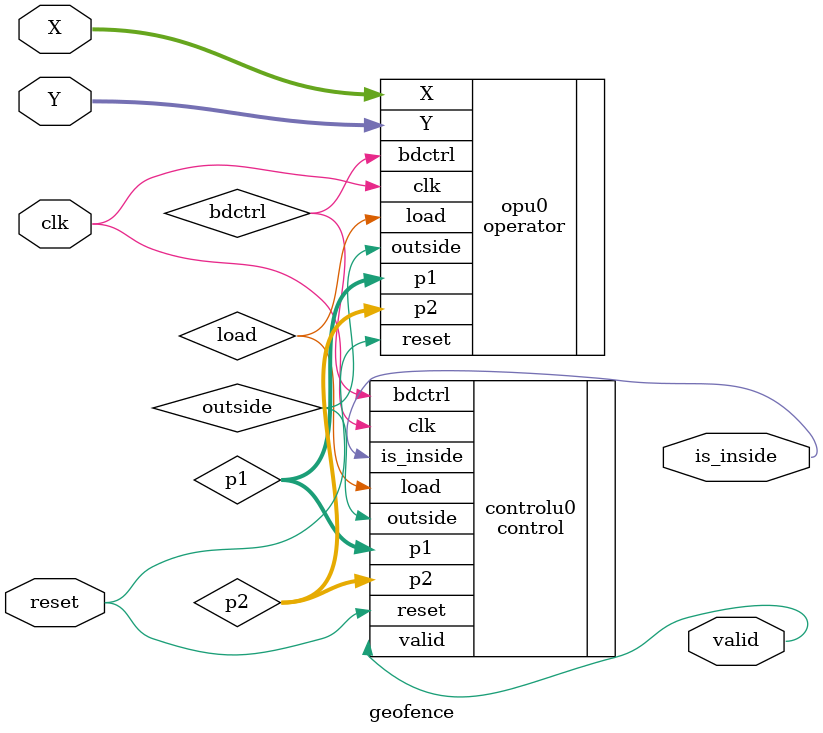
<source format=v>
`include "operator.v"
`include "control.v"

module geofence ( clk,reset,X,Y,valid,is_inside);
input			clk;
input			reset;
input	[9:0]	X;
input	[9:0]	Y;
output			valid;
output			is_inside;

wire [2:0]p1,p2;
wire load, bdctrl, outside;
operator opu0(.outside(outside),.X(X), .Y(Y), .clk(clk), .reset(reset), .load(load), .bdctrl(bdctrl), .p1(p1), .p2(p2));
control controlu0(.outside(outside),.clk(clk), .reset(reset), .valid(valid), .load(load), .bdctrl(bdctrl), .p1(p1), .p2(p2), .is_inside(is_inside));



endmodule


</source>
